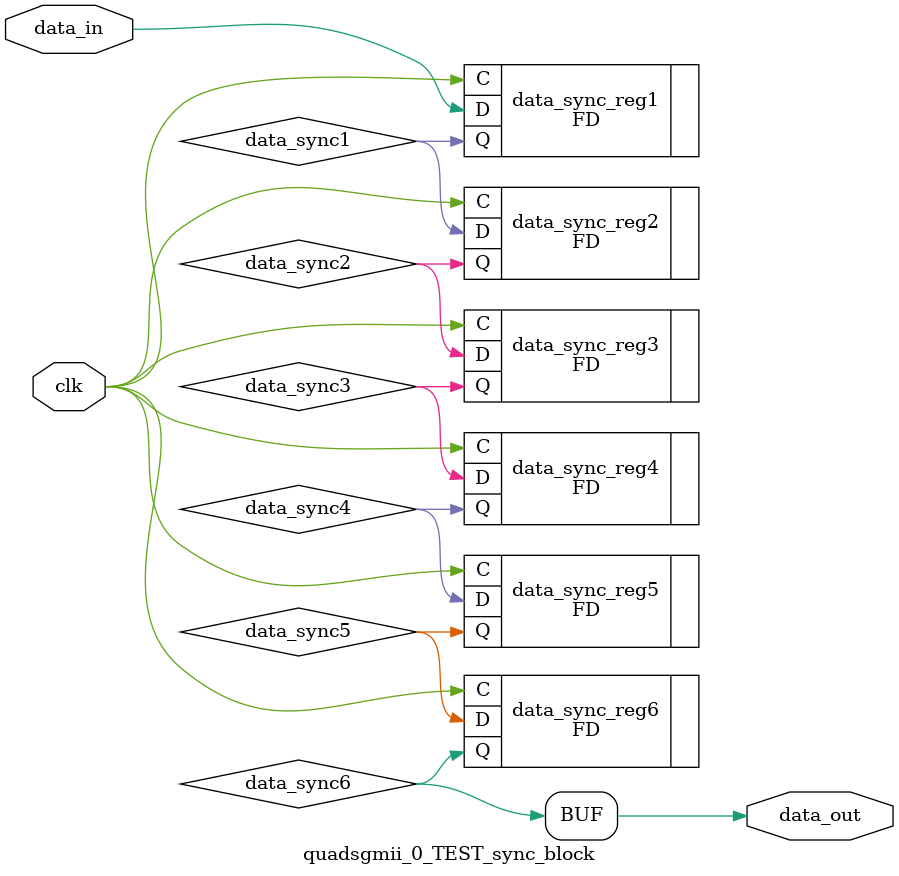
<source format=v>

`timescale 1ps / 1ps

module quadsgmii_0_TEST_sync_block #(
  parameter INITIALISE = 2'b00
)
(
  input        clk,              // clock to be sync'ed to
  input        data_in,          // Data to be 'synced'
  output       data_out          // synced data
);

  // Internal Signals
  wire data_sync1;
  wire data_sync2;
  wire data_sync3;
  wire data_sync4;
  wire data_sync5;
  wire data_sync6;


  (* shreg_extract = "no", ASYNC_REG = "TRUE" *)
  FD #(
    .INIT (INITIALISE[0])
  ) data_sync_reg1 (
    .C  (clk),
    .D  (data_in),
    .Q  (data_sync1)
  );


  (* shreg_extract = "no", ASYNC_REG = "TRUE" *)
  FD #(
   .INIT (INITIALISE[1])
  ) data_sync_reg2 (
  .C  (clk),
  .D  (data_sync1),
  .Q  (data_sync2)
  );


  (* shreg_extract = "no", ASYNC_REG = "TRUE" *)
  FD #(
   .INIT (INITIALISE[1])
  ) data_sync_reg3 (
  .C  (clk),
  .D  (data_sync2),
  .Q  (data_sync3)
  );

  (* shreg_extract = "no", ASYNC_REG = "TRUE" *)
  FD #(
   .INIT (INITIALISE[1])
  ) data_sync_reg4 (
  .C  (clk),
  .D  (data_sync3),
  .Q  (data_sync4)
  );

  (* shreg_extract = "no", ASYNC_REG = "TRUE" *)
  FD #(
   .INIT (INITIALISE[1])
  ) data_sync_reg5 (
  .C  (clk),
  .D  (data_sync4),
  .Q  (data_sync5)
  );

  (* shreg_extract = "no", ASYNC_REG = "TRUE" *)
  FD #(
   .INIT (INITIALISE[1])
  ) data_sync_reg6 (
  .C  (clk),
  .D  (data_sync5),
  .Q  (data_sync6)
  );
  assign data_out = data_sync6;


endmodule



</source>
